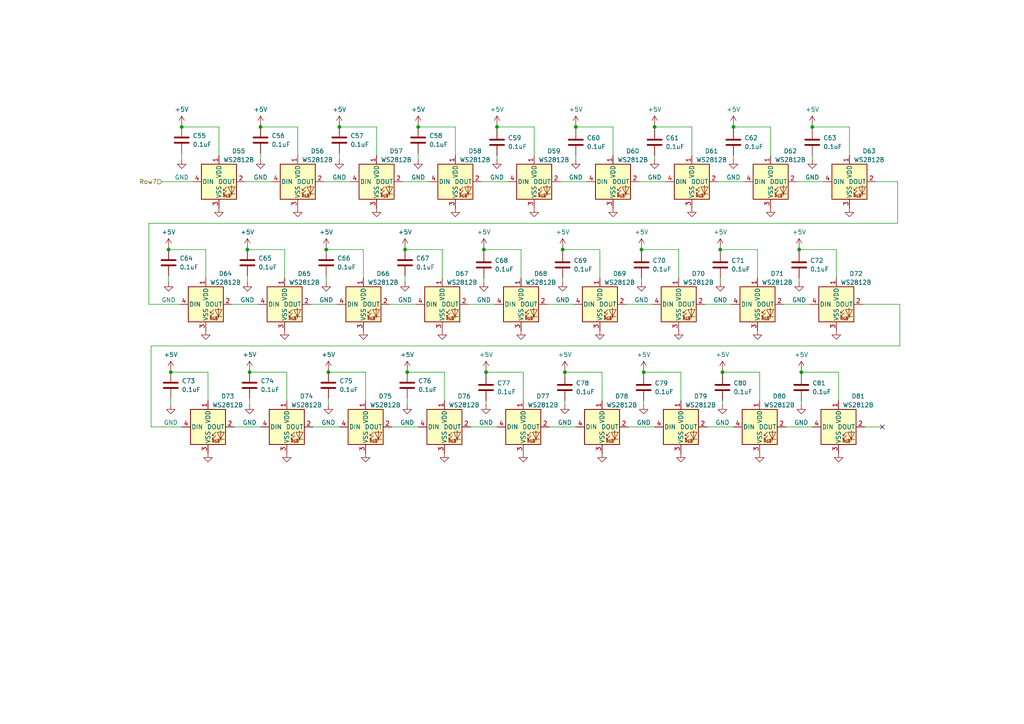
<source format=kicad_sch>
(kicad_sch (version 20250114) (generator "eeschema") (generator_version "9.0")
  (paper "A4")
  (lib_symbols
    (symbol "Device:C" (pin_numbers (hide yes)) (pin_names (offset 0.254))
      (property "Reference" "C" (at 0.635 2.54 0))
      (property "Value" "C" (at 0.635 -2.54 0))
      (symbol "C_0_1"
        (polyline (pts (xy -2.032 0.762) (xy 2.032 0.762)) (stroke (width 0.508)))
        (polyline (pts (xy -2.032 -0.762) (xy 2.032 -0.762)) (stroke (width 0.508)))
      )
      (symbol "C_1_1"
        (pin passive line (at 0 3.81 270) (length 2.794) (name "~") (number "1"))
        (pin passive line (at 0 -3.81 90) (length 2.794) (name "~") (number "2"))
      )
    )
    (symbol "LED:WS2812B" (pin_names (offset 0.254))
      (property "Reference" "D" (at 5.08 5.715 0))
      (property "Value" "WS2812B" (at 1.27 -5.715 0))
      (symbol "WS2812B_0_0"
        (text "RGB" (at 2.286 -4.191 0) (effects (font (size 0.762 0.762))))
      )
      (symbol "WS2812B_0_1"
        (polyline (pts (xy 1.27 -2.54) (xy 1.778 -2.54)))
        (polyline (pts (xy 1.27 -3.556) (xy 1.778 -3.556)))
        (polyline (pts (xy 2.286 -1.524) (xy 1.27 -2.54) (xy 1.27 -2.032)))
        (polyline (pts (xy 2.286 -2.54) (xy 1.27 -3.556) (xy 1.27 -3.048)))
        (polyline (pts (xy 3.683 -1.016) (xy 3.683 -3.556) (xy 3.683 -4.064)))
        (polyline (pts (xy 4.699 -1.524) (xy 2.667 -1.524) (xy 3.683 -3.556) (xy 4.699 -1.524)))
        (polyline (pts (xy 4.699 -3.556) (xy 2.667 -3.556)))
        (rectangle (start 5.08 5.08) (end -5.08 -5.08) (stroke (width 0.254)) (fill (type background)))
      )
      (symbol "WS2812B_1_1"
        (pin input line (at -7.62 0 0) (length 2.54) (name "DIN") (number "4"))
        (pin power_in line (at 0 7.62 270) (length 2.54) (name "VDD") (number "1"))
        (pin power_in line (at 0 -7.62 90) (length 2.54) (name "VSS") (number "3"))
        (pin output line (at 7.62 0 180) (length 2.54) (name "DOUT") (number "2"))
      )
    )
    (symbol "power:+5V" (power) (pin_numbers (hide yes)) (pin_names (offset 0) (hide yes))
      (property "Value" "+5V" (at 0 3.556 0))
      (symbol "+5V_0_1"
        (polyline (pts (xy -0.762 1.27) (xy 0 2.54)))
        (polyline (pts (xy 0 2.54) (xy 0.762 1.27)))
        (polyline (pts (xy 0 0) (xy 0 2.54)))
      )
      (symbol "+5V_1_1"
        (pin power_in line (at 0 0 90) (length 0) (name "~") (number "1"))
      )
    )
    (symbol "power:GND" (power) (pin_numbers (hide yes)) (pin_names (offset 0) (hide yes))
      (property "Value" "GND" (at 0 -3.81 0))
      (symbol "GND_0_1"
        (polyline (pts (xy 0 0) (xy 0 -1.27) (xy 1.27 -1.27) (xy 0 -2.54) (xy -1.27 -1.27) (xy 0 -1.27)))
      )
      (symbol "GND_1_1"
        (pin power_in line (at 0 0 270) (length 0) (name "~") (number "1"))
      )
    )
  )
  (junction (at 48.895 72.39))
  (junction (at 144.145 36.83))
  (junction (at 186.69 107.95))
  (junction (at 189.865 36.83))
  (junction (at 167.005 36.83))
  (junction (at 163.195 72.39))
  (junction (at 72.39 107.95))
  (junction (at 208.915 72.39))
  (junction (at 232.41 107.95))
  (junction (at 49.53 107.95))
  (junction (at 75.565 36.83))
  (junction (at 117.475 72.39))
  (junction (at 235.585 36.83))
  (junction (at 212.725 36.83))
  (junction (at 140.335 72.39))
  (junction (at 95.25 107.95))
  (junction (at 94.615 72.39))
  (junction (at 52.705 36.83))
  (junction (at 163.83 107.95))
  (junction (at 186.055 72.39))
  (junction (at 209.55 107.95))
  (junction (at 118.11 107.95))
  (junction (at 231.775 72.39))
  (junction (at 121.285 36.83))
  (junction (at 98.425 36.83))
  (junction (at 71.755 72.39))
  (junction (at 140.97 107.95))
  (no_connect (at 255.905 123.825))
  (wire (pts (xy 151.765 107.95) (xy 151.765 116.205)))
  (wire (pts (xy 250.19 88.265) (xy 260.985 88.265)))
  (wire (pts (xy 231.775 72.39) (xy 231.775 71.755)))
  (wire (pts (xy 106.045 107.95) (xy 106.045 116.205)))
  (wire (pts (xy 128.27 72.39) (xy 128.27 80.645)))
  (wire (pts (xy 196.85 72.39) (xy 196.85 80.645)))
  (wire (pts (xy 212.725 36.83) (xy 223.52 36.83)))
  (wire (pts (xy 86.36 36.83) (xy 86.36 45.085)))
  (wire (pts (xy 128.905 107.95) (xy 128.905 116.205)))
  (wire (pts (xy 113.665 123.825) (xy 121.285 123.825)))
  (wire (pts (xy 186.055 72.39) (xy 196.85 72.39)))
  (wire (pts (xy 243.205 107.95) (xy 243.205 116.205)))
  (wire (pts (xy 52.705 44.45) (xy 52.705 46.355)))
  (wire (pts (xy 231.775 72.39) (xy 242.57 72.39)))
  (wire (pts (xy 208.915 72.39) (xy 208.915 71.755)))
  (wire (pts (xy 185.42 52.705) (xy 193.04 52.705)))
  (wire (pts (xy 59.69 72.39) (xy 59.69 80.645)))
  (wire (pts (xy 231.775 80.645) (xy 231.775 81.915)))
  (wire (pts (xy 139.7 52.705) (xy 147.32 52.705)))
  (wire (pts (xy 232.41 116.205) (xy 232.41 117.475)))
  (wire (pts (xy 154.94 36.83) (xy 154.94 45.085)))
  (wire (pts (xy 189.865 45.085) (xy 189.865 46.355)))
  (wire (pts (xy 116.84 52.705) (xy 124.46 52.705)))
  (wire (pts (xy 151.13 72.39) (xy 151.13 80.645)))
  (wire (pts (xy 260.985 100.33) (xy 43.815 100.33)))
  (wire (pts (xy 48.895 72.39) (xy 48.895 71.755)))
  (wire (pts (xy 67.945 123.825) (xy 75.565 123.825)))
  (wire (pts (xy 140.97 107.95) (xy 140.97 107.315)))
  (wire (pts (xy 189.865 37.465) (xy 189.865 36.83)))
  (wire (pts (xy 71.755 72.39) (xy 82.55 72.39)))
  (wire (pts (xy 113.03 88.265) (xy 120.65 88.265)))
  (wire (pts (xy 205.105 123.825) (xy 212.725 123.825)))
  (wire (pts (xy 186.055 72.39) (xy 186.055 71.755)))
  (wire (pts (xy 186.69 107.95) (xy 186.69 107.315)))
  (wire (pts (xy 94.615 80.01) (xy 94.615 81.915)))
  (wire (pts (xy 144.145 37.465) (xy 144.145 36.83)))
  (wire (pts (xy 109.22 36.83) (xy 109.22 45.085)))
  (wire (pts (xy 254 52.705) (xy 260.35 52.705)))
  (wire (pts (xy 227.33 88.265) (xy 234.95 88.265)))
  (wire (pts (xy 219.71 72.39) (xy 219.71 80.645)))
  (wire (pts (xy 232.41 107.95) (xy 243.205 107.95)))
  (wire (pts (xy 43.18 88.265) (xy 52.07 88.265)))
  (wire (pts (xy 49.53 107.95) (xy 60.325 107.95)))
  (wire (pts (xy 162.56 52.705) (xy 170.18 52.705)))
  (wire (pts (xy 71.755 72.39) (xy 71.755 71.755)))
  (wire (pts (xy 140.335 80.645) (xy 140.335 81.915)))
  (wire (pts (xy 212.725 37.465) (xy 212.725 36.83)))
  (wire (pts (xy 95.25 107.95) (xy 95.25 107.315)))
  (wire (pts (xy 208.915 72.39) (xy 219.71 72.39)))
  (wire (pts (xy 117.475 72.39) (xy 117.475 71.755)))
  (wire (pts (xy 163.195 80.645) (xy 163.195 81.915)))
  (wire (pts (xy 94.615 72.39) (xy 94.615 71.755)))
  (wire (pts (xy 43.18 64.77) (xy 43.18 88.265)))
  (wire (pts (xy 98.425 44.45) (xy 98.425 46.355)))
  (wire (pts (xy 75.565 44.45) (xy 75.565 46.355)))
  (wire (pts (xy 140.335 72.39) (xy 151.13 72.39)))
  (wire (pts (xy 63.5 36.83) (xy 63.5 45.085)))
  (wire (pts (xy 132.08 36.83) (xy 132.08 45.085)))
  (wire (pts (xy 159.385 123.825) (xy 167.005 123.825)))
  (wire (pts (xy 49.53 107.95) (xy 49.53 107.315)))
  (wire (pts (xy 246.38 36.83) (xy 246.38 45.085)))
  (wire (pts (xy 209.55 107.95) (xy 220.345 107.95)))
  (wire (pts (xy 200.66 36.83) (xy 200.66 45.085)))
  (wire (pts (xy 163.83 107.95) (xy 174.625 107.95)))
  (wire (pts (xy 83.185 107.95) (xy 83.185 116.205)))
  (wire (pts (xy 235.585 36.83) (xy 246.38 36.83)))
  (wire (pts (xy 208.915 80.645) (xy 208.915 81.915)))
  (wire (pts (xy 208.28 52.705) (xy 215.9 52.705)))
  (wire (pts (xy 186.69 107.95) (xy 197.485 107.95)))
  (wire (pts (xy 212.725 36.83) (xy 212.725 36.195)))
  (wire (pts (xy 186.055 73.025) (xy 186.055 72.39)))
  (wire (pts (xy 182.245 123.825) (xy 189.865 123.825)))
  (wire (pts (xy 144.145 45.085) (xy 144.145 46.355)))
  (wire (pts (xy 95.25 107.95) (xy 106.045 107.95)))
  (wire (pts (xy 163.83 107.95) (xy 163.83 107.315)))
  (wire (pts (xy 231.14 52.705) (xy 238.76 52.705)))
  (wire (pts (xy 93.98 52.705) (xy 101.6 52.705)))
  (wire (pts (xy 242.57 72.39) (xy 242.57 80.645)))
  (wire (pts (xy 71.755 80.01) (xy 71.755 81.915)))
  (wire (pts (xy 177.8 36.83) (xy 177.8 45.085)))
  (wire (pts (xy 232.41 108.585) (xy 232.41 107.95)))
  (wire (pts (xy 121.285 36.83) (xy 132.08 36.83)))
  (wire (pts (xy 52.705 36.83) (xy 52.705 36.195)))
  (wire (pts (xy 43.815 100.33) (xy 43.815 123.825)))
  (wire (pts (xy 121.285 36.83) (xy 121.285 36.195)))
  (wire (pts (xy 186.055 80.645) (xy 186.055 81.915)))
  (wire (pts (xy 90.805 123.825) (xy 98.425 123.825)))
  (wire (pts (xy 140.97 107.95) (xy 151.765 107.95)))
  (wire (pts (xy 140.97 108.585) (xy 140.97 107.95)))
  (wire (pts (xy 95.25 115.57) (xy 95.25 117.475)))
  (wire (pts (xy 227.965 123.825) (xy 235.585 123.825)))
  (wire (pts (xy 144.145 36.83) (xy 154.94 36.83)))
  (wire (pts (xy 67.31 88.265) (xy 74.93 88.265)))
  (wire (pts (xy 48.895 80.01) (xy 48.895 81.915)))
  (wire (pts (xy 72.39 107.95) (xy 72.39 107.315)))
  (wire (pts (xy 260.35 64.77) (xy 43.18 64.77)))
  (wire (pts (xy 121.285 44.45) (xy 121.285 46.355)))
  (wire (pts (xy 189.865 36.83) (xy 189.865 36.195)))
  (wire (pts (xy 82.55 72.39) (xy 82.55 80.645)))
  (wire (pts (xy 167.005 37.465) (xy 167.005 36.83)))
  (wire (pts (xy 105.41 72.39) (xy 105.41 80.645)))
  (wire (pts (xy 136.525 123.825) (xy 144.145 123.825)))
  (wire (pts (xy 72.39 115.57) (xy 72.39 117.475)))
  (wire (pts (xy 167.005 36.83) (xy 177.8 36.83)))
  (wire (pts (xy 235.585 45.085) (xy 235.585 46.355)))
  (wire (pts (xy 204.47 88.265) (xy 212.09 88.265)))
  (wire (pts (xy 163.195 72.39) (xy 163.195 71.755)))
  (wire (pts (xy 186.69 108.585) (xy 186.69 107.95)))
  (wire (pts (xy 260.985 88.265) (xy 260.985 100.33)))
  (wire (pts (xy 174.625 107.95) (xy 174.625 116.205)))
  (wire (pts (xy 60.325 107.95) (xy 60.325 116.205)))
  (wire (pts (xy 140.335 72.39) (xy 140.335 71.755)))
  (wire (pts (xy 49.53 115.57) (xy 49.53 117.475)))
  (wire (pts (xy 98.425 36.83) (xy 98.425 36.195)))
  (wire (pts (xy 163.83 108.585) (xy 163.83 107.95)))
  (wire (pts (xy 231.775 73.025) (xy 231.775 72.39)))
  (wire (pts (xy 173.99 72.39) (xy 173.99 80.645)))
  (wire (pts (xy 209.55 107.95) (xy 209.55 107.315)))
  (wire (pts (xy 250.825 123.825) (xy 255.905 123.825)))
  (wire (pts (xy 163.195 72.39) (xy 173.99 72.39)))
  (wire (pts (xy 209.55 108.585) (xy 209.55 107.95)))
  (wire (pts (xy 98.425 36.83) (xy 109.22 36.83)))
  (wire (pts (xy 118.11 115.57) (xy 118.11 117.475)))
  (wire (pts (xy 208.915 73.025) (xy 208.915 72.39)))
  (wire (pts (xy 46.99 52.705) (xy 55.88 52.705)))
  (wire (pts (xy 167.005 36.83) (xy 167.005 36.195)))
  (wire (pts (xy 220.345 107.95) (xy 220.345 116.205)))
  (wire (pts (xy 94.615 72.39) (xy 105.41 72.39)))
  (wire (pts (xy 163.83 116.205) (xy 163.83 117.475)))
  (wire (pts (xy 167.005 45.085) (xy 167.005 46.355)))
  (wire (pts (xy 117.475 72.39) (xy 128.27 72.39)))
  (wire (pts (xy 71.12 52.705) (xy 78.74 52.705)))
  (wire (pts (xy 118.11 107.95) (xy 118.11 107.315)))
  (wire (pts (xy 140.335 73.025) (xy 140.335 72.39)))
  (wire (pts (xy 209.55 116.205) (xy 209.55 117.475)))
  (wire (pts (xy 212.725 45.085) (xy 212.725 46.355)))
  (wire (pts (xy 235.585 37.465) (xy 235.585 36.83)))
  (wire (pts (xy 232.41 107.95) (xy 232.41 107.315)))
  (wire (pts (xy 189.865 36.83) (xy 200.66 36.83)))
  (wire (pts (xy 135.89 88.265) (xy 143.51 88.265)))
  (wire (pts (xy 72.39 107.95) (xy 83.185 107.95)))
  (wire (pts (xy 140.97 116.205) (xy 140.97 117.475)))
  (wire (pts (xy 223.52 36.83) (xy 223.52 45.085)))
  (wire (pts (xy 75.565 36.83) (xy 86.36 36.83)))
  (wire (pts (xy 260.35 52.705) (xy 260.35 64.77)))
  (wire (pts (xy 90.17 88.265) (xy 97.79 88.265)))
  (wire (pts (xy 197.485 107.95) (xy 197.485 116.205)))
  (wire (pts (xy 52.705 36.83) (xy 63.5 36.83)))
  (wire (pts (xy 144.145 36.83) (xy 144.145 36.195)))
  (wire (pts (xy 158.75 88.265) (xy 166.37 88.265)))
  (wire (pts (xy 75.565 36.83) (xy 75.565 36.195)))
  (wire (pts (xy 118.11 107.95) (xy 128.905 107.95)))
  (wire (pts (xy 186.69 116.205) (xy 186.69 117.475)))
  (wire (pts (xy 43.815 123.825) (xy 52.705 123.825)))
  (wire (pts (xy 163.195 73.025) (xy 163.195 72.39)))
  (wire (pts (xy 48.895 72.39) (xy 59.69 72.39)))
  (wire (pts (xy 181.61 88.265) (xy 189.23 88.265)))
  (wire (pts (xy 117.475 80.01) (xy 117.475 81.915)))
  (wire (pts (xy 235.585 36.83) (xy 235.585 36.195)))
  (hierarchical_label "Row7" (shape input) (at 46.99 52.705 180))
  (symbol (lib_id "power:+5V") (at 98.425 36.195 0) (unit 1)
    (property "Reference" "#PWR0159" (effects (hide yes)))
    (property "Value" "+5V" (at 98.425 31.75 0))
    (property "Description" "Power symbol creates a global label with name \"+5V\"" (effects (hide yes)))
  )
  (symbol (lib_id "power:+5V") (at 71.755 71.755 0) (unit 1)
    (property "Reference" "#PWR0181" (effects (hide yes)))
    (property "Value" "+5V" (at 71.755 67.31 0))
    (property "Description" "Power symbol creates a global label with name \"+5V\"" (effects (hide yes)))
  )
  (symbol (lib_id "Device:C") (at 118.11 111.76 0) (unit 1)
    (property "Reference" "C76" (at 121.285 110.4899 0) (effects (justify left)))
    (property "Value" "0.1uF" (at 121.285 113.0299 0) (effects (justify left)))
    (property "Footprint" "Capacitor_SMD:C_0603_1608Metric" (effects (hide yes)))
    (property "Description" "Unpolarized capacitor" (effects (hide yes)))
  )
  (symbol (lib_id "power:GND") (at 121.285 46.355 0) (unit 1)
    (property "Reference" "#PWR0163" (effects (hide yes)))
    (property "Value" "GND" (at 121.285 51.435 0))
    (property "Description" "Power symbol creates a global label with name \"GND\" , ground" (effects (hide yes)))
  )
  (symbol (lib_id "power:GND") (at 177.8 60.325 0) (unit 1)
    (property "Reference" "#PWR0170" (effects (hide yes)))
    (property "Value" "GND" (effects (hide yes)))
    (property "Description" "Power symbol creates a global label with name \"GND\" , ground" (effects (hide yes)))
  )
  (symbol (lib_id "LED:WS2812B") (at 151.13 88.265 0) (unit 1)
    (property "Reference" "D68" (at 156.845 79.375 0))
    (property "Value" "WS2812B" (at 156.845 81.915 0))
    (property "Footprint" "LED_SMD:LED_WS2812B_PLCC4_5.0x5.0mm_P3.2mm" (effects (hide yes)))
    (property "Datasheet" "https://cdn-shop.adafruit.com/datasheets/WS2812B.pdf" (effects (hide yes)))
    (property "Description" "RGB LED with integrated controller" (effects (hide yes)))
  )
  (symbol (lib_id "Device:C") (at 71.755 76.2 0) (unit 1)
    (property "Reference" "C65" (at 74.93 74.9299 0) (effects (justify left)))
    (property "Value" "0.1uF" (at 74.93 77.4699 0) (effects (justify left)))
    (property "Footprint" "Capacitor_SMD:C_0603_1608Metric" (effects (hide yes)))
    (property "Description" "Unpolarized capacitor" (effects (hide yes)))
  )
  (symbol (lib_id "power:GND") (at 59.69 95.885 0) (unit 1)
    (property "Reference" "#PWR0180" (effects (hide yes)))
    (property "Value" "GND" (effects (hide yes)))
    (property "Description" "Power symbol creates a global label with name \"GND\" , ground" (effects (hide yes)))
  )
  (symbol (lib_id "power:GND") (at 117.475 81.915 0) (unit 1)
    (property "Reference" "#PWR0188" (effects (hide yes)))
    (property "Value" "GND" (at 117.475 86.995 0))
    (property "Description" "Power symbol creates a global label with name \"GND\" , ground" (effects (hide yes)))
  )
  (symbol (lib_id "power:GND") (at 197.485 131.445 0) (unit 1)
    (property "Reference" "#PWR0223" (effects (hide yes)))
    (property "Value" "GND" (effects (hide yes)))
    (property "Description" "Power symbol creates a global label with name \"GND\" , ground" (effects (hide yes)))
  )
  (symbol (lib_id "power:+5V") (at 121.285 36.195 0) (unit 1)
    (property "Reference" "#PWR0162" (effects (hide yes)))
    (property "Value" "+5V" (at 121.285 31.75 0))
    (property "Description" "Power symbol creates a global label with name \"+5V\"" (effects (hide yes)))
  )
  (symbol (lib_id "power:+5V") (at 186.055 71.755 0) (unit 1)
    (property "Reference" "#PWR0196" (effects (hide yes)))
    (property "Value" "+5V" (at 186.055 67.31 0))
    (property "Description" "Power symbol creates a global label with name \"+5V\"" (effects (hide yes)))
  )
  (symbol (lib_id "power:GND") (at 71.755 81.915 0) (unit 1)
    (property "Reference" "#PWR0182" (effects (hide yes)))
    (property "Value" "GND" (at 71.755 86.995 0))
    (property "Description" "Power symbol creates a global label with name \"GND\" , ground" (effects (hide yes)))
  )
  (symbol (lib_id "power:GND") (at 144.145 46.355 0) (unit 1)
    (property "Reference" "#PWR0166" (effects (hide yes)))
    (property "Value" "GND" (at 144.145 51.435 0))
    (property "Description" "Power symbol creates a global label with name \"GND\" , ground" (effects (hide yes)))
  )
  (symbol (lib_id "power:GND") (at 128.27 95.885 0) (unit 1)
    (property "Reference" "#PWR0189" (effects (hide yes)))
    (property "Value" "GND" (effects (hide yes)))
    (property "Description" "Power symbol creates a global label with name \"GND\" , ground" (effects (hide yes)))
  )
  (symbol (lib_id "power:GND") (at 186.69 117.475 0) (unit 1)
    (property "Reference" "#PWR0222" (effects (hide yes)))
    (property "Value" "GND" (at 186.69 122.555 0))
    (property "Description" "Power symbol creates a global label with name \"GND\" , ground" (effects (hide yes)))
  )
  (symbol (lib_id "LED:WS2812B") (at 200.66 52.705 0) (unit 1)
    (property "Reference" "D61" (at 206.375 43.815 0))
    (property "Value" "WS2812B" (at 206.375 46.355 0))
    (property "Footprint" "LED_SMD:LED_WS2812B_PLCC4_5.0x5.0mm_P3.2mm" (effects (hide yes)))
    (property "Datasheet" "https://cdn-shop.adafruit.com/datasheets/WS2812B.pdf" (effects (hide yes)))
    (property "Description" "RGB LED with integrated controller" (effects (hide yes)))
  )
  (symbol (lib_id "Device:C") (at 186.69 112.395 0) (unit 1)
    (property "Reference" "C79" (at 189.865 111.1249 0) (effects (justify left)))
    (property "Value" "0.1uF" (at 189.865 113.6649 0) (effects (justify left)))
    (property "Footprint" "Capacitor_SMD:C_0603_1608Metric" (effects (hide yes)))
    (property "Description" "Unpolarized capacitor" (effects (hide yes)))
  )
  (symbol (lib_id "power:GND") (at 75.565 46.355 0) (unit 1)
    (property "Reference" "#PWR0157" (effects (hide yes)))
    (property "Value" "GND" (at 75.565 51.435 0))
    (property "Description" "Power symbol creates a global label with name \"GND\" , ground" (effects (hide yes)))
  )
  (symbol (lib_id "power:GND") (at 232.41 117.475 0) (unit 1)
    (property "Reference" "#PWR0228" (effects (hide yes)))
    (property "Value" "GND" (at 232.41 122.555 0))
    (property "Description" "Power symbol creates a global label with name \"GND\" , ground" (effects (hide yes)))
  )
  (symbol (lib_id "power:GND") (at 174.625 131.445 0) (unit 1)
    (property "Reference" "#PWR0220" (effects (hide yes)))
    (property "Value" "GND" (effects (hide yes)))
    (property "Description" "Power symbol creates a global label with name \"GND\" , ground" (effects (hide yes)))
  )
  (symbol (lib_id "Device:C") (at 232.41 112.395 0) (unit 1)
    (property "Reference" "C81" (at 235.585 111.1249 0) (effects (justify left)))
    (property "Value" "0.1uF" (at 235.585 113.6649 0) (effects (justify left)))
    (property "Footprint" "Capacitor_SMD:C_0603_1608Metric" (effects (hide yes)))
    (property "Description" "Unpolarized capacitor" (effects (hide yes)))
  )
  (symbol (lib_id "power:GND") (at 86.36 60.325 0) (unit 1)
    (property "Reference" "#PWR0158" (effects (hide yes)))
    (property "Value" "GND" (effects (hide yes)))
    (property "Description" "Power symbol creates a global label with name \"GND\" , ground" (effects (hide yes)))
  )
  (symbol (lib_id "Device:C") (at 121.285 40.64 0) (unit 1)
    (property "Reference" "C58" (at 124.46 39.3699 0) (effects (justify left)))
    (property "Value" "0.1uF" (at 124.46 41.9099 0) (effects (justify left)))
    (property "Footprint" "Capacitor_SMD:C_0603_1608Metric" (effects (hide yes)))
    (property "Description" "Unpolarized capacitor" (effects (hide yes)))
  )
  (symbol (lib_id "power:GND") (at 83.185 131.445 0) (unit 1)
    (property "Reference" "#PWR0208" (effects (hide yes)))
    (property "Value" "GND" (effects (hide yes)))
    (property "Description" "Power symbol creates a global label with name \"GND\" , ground" (effects (hide yes)))
  )
  (symbol (lib_id "Device:C") (at 163.195 76.835 0) (unit 1)
    (property "Reference" "C69" (at 166.37 75.5649 0) (effects (justify left)))
    (property "Value" "0.1uF" (at 166.37 78.1049 0) (effects (justify left)))
    (property "Footprint" "Capacitor_SMD:C_0603_1608Metric" (effects (hide yes)))
    (property "Description" "Unpolarized capacitor" (effects (hide yes)))
  )
  (symbol (lib_id "power:+5V") (at 72.39 107.315 0) (unit 1)
    (property "Reference" "#PWR0206" (effects (hide yes)))
    (property "Value" "+5V" (at 72.39 102.87 0))
    (property "Description" "Power symbol creates a global label with name \"+5V\"" (effects (hide yes)))
  )
  (symbol (lib_id "power:+5V") (at 186.69 107.315 0) (unit 1)
    (property "Reference" "#PWR0221" (effects (hide yes)))
    (property "Value" "+5V" (at 186.69 102.87 0))
    (property "Description" "Power symbol creates a global label with name \"+5V\"" (effects (hide yes)))
  )
  (symbol (lib_id "power:+5V") (at 144.145 36.195 0) (unit 1)
    (property "Reference" "#PWR0165" (effects (hide yes)))
    (property "Value" "+5V" (at 144.145 31.75 0))
    (property "Description" "Power symbol creates a global label with name \"+5V\"" (effects (hide yes)))
  )
  (symbol (lib_id "LED:WS2812B") (at 83.185 123.825 0) (unit 1)
    (property "Reference" "D74" (at 88.9 114.935 0))
    (property "Value" "WS2812B" (at 88.9 117.475 0))
    (property "Footprint" "LED_SMD:LED_WS2812B_PLCC4_5.0x5.0mm_P3.2mm" (effects (hide yes)))
    (property "Datasheet" "https://cdn-shop.adafruit.com/datasheets/WS2812B.pdf" (effects (hide yes)))
    (property "Description" "RGB LED with integrated controller" (effects (hide yes)))
  )
  (symbol (lib_id "power:GND") (at 140.335 81.915 0) (unit 1)
    (property "Reference" "#PWR0191" (effects (hide yes)))
    (property "Value" "GND" (at 140.335 86.995 0))
    (property "Description" "Power symbol creates a global label with name \"GND\" , ground" (effects (hide yes)))
  )
  (symbol (lib_id "LED:WS2812B") (at 132.08 52.705 0) (unit 1)
    (property "Reference" "D58" (at 137.795 43.815 0))
    (property "Value" "WS2812B" (at 137.795 46.355 0))
    (property "Footprint" "LED_SMD:LED_WS2812B_PLCC4_5.0x5.0mm_P3.2mm" (effects (hide yes)))
    (property "Datasheet" "https://cdn-shop.adafruit.com/datasheets/WS2812B.pdf" (effects (hide yes)))
    (property "Description" "RGB LED with integrated controller" (effects (hide yes)))
  )
  (symbol (lib_id "power:+5V") (at 208.915 71.755 0) (unit 1)
    (property "Reference" "#PWR0199" (effects (hide yes)))
    (property "Value" "+5V" (at 208.915 67.31 0))
    (property "Description" "Power symbol creates a global label with name \"+5V\"" (effects (hide yes)))
  )
  (symbol (lib_id "power:GND") (at 63.5 60.325 0) (unit 1)
    (property "Reference" "#PWR0155" (effects (hide yes)))
    (property "Value" "GND" (effects (hide yes)))
    (property "Description" "Power symbol creates a global label with name \"GND\" , ground" (effects (hide yes)))
  )
  (symbol (lib_id "power:GND") (at 208.915 81.915 0) (unit 1)
    (property "Reference" "#PWR0200" (effects (hide yes)))
    (property "Value" "GND" (at 208.915 86.995 0))
    (property "Description" "Power symbol creates a global label with name \"GND\" , ground" (effects (hide yes)))
  )
  (symbol (lib_id "LED:WS2812B") (at 128.905 123.825 0) (unit 1)
    (property "Reference" "D76" (at 134.62 114.935 0))
    (property "Value" "WS2812B" (at 134.62 117.475 0))
    (property "Footprint" "LED_SMD:LED_WS2812B_PLCC4_5.0x5.0mm_P3.2mm" (effects (hide yes)))
    (property "Datasheet" "https://cdn-shop.adafruit.com/datasheets/WS2812B.pdf" (effects (hide yes)))
    (property "Description" "RGB LED with integrated controller" (effects (hide yes)))
  )
  (symbol (lib_id "power:+5V") (at 231.775 71.755 0) (unit 1)
    (property "Reference" "#PWR0202" (effects (hide yes)))
    (property "Value" "+5V" (at 231.775 67.31 0))
    (property "Description" "Power symbol creates a global label with name \"+5V\"" (effects (hide yes)))
  )
  (symbol (lib_id "LED:WS2812B") (at 128.27 88.265 0) (unit 1)
    (property "Reference" "D67" (at 133.985 79.375 0))
    (property "Value" "WS2812B" (at 133.985 81.915 0))
    (property "Footprint" "LED_SMD:LED_WS2812B_PLCC4_5.0x5.0mm_P3.2mm" (effects (hide yes)))
    (property "Datasheet" "https://cdn-shop.adafruit.com/datasheets/WS2812B.pdf" (effects (hide yes)))
    (property "Description" "RGB LED with integrated controller" (effects (hide yes)))
  )
  (symbol (lib_id "power:+5V") (at 49.53 107.315 0) (unit 1)
    (property "Reference" "#PWR0266" (effects (hide yes)))
    (property "Value" "+5V" (at 49.53 102.87 0))
    (property "Description" "Power symbol creates a global label with name \"+5V\"" (effects (hide yes)))
  )
  (symbol (lib_id "power:GND") (at 105.41 95.885 0) (unit 1)
    (property "Reference" "#PWR0186" (effects (hide yes)))
    (property "Value" "GND" (effects (hide yes)))
    (property "Description" "Power symbol creates a global label with name \"GND\" , ground" (effects (hide yes)))
  )
  (symbol (lib_id "LED:WS2812B") (at 174.625 123.825 0) (unit 1)
    (property "Reference" "D78" (at 180.34 114.935 0))
    (property "Value" "WS2812B" (at 180.34 117.475 0))
    (property "Footprint" "LED_SMD:LED_WS2812B_PLCC4_5.0x5.0mm_P3.2mm" (effects (hide yes)))
    (property "Datasheet" "https://cdn-shop.adafruit.com/datasheets/WS2812B.pdf" (effects (hide yes)))
    (property "Description" "RGB LED with integrated controller" (effects (hide yes)))
  )
  (symbol (lib_id "power:+5V") (at 52.705 36.195 0) (unit 1)
    (property "Reference" "#PWR0262" (effects (hide yes)))
    (property "Value" "+5V" (at 52.705 31.75 0))
    (property "Description" "Power symbol creates a global label with name \"+5V\"" (effects (hide yes)))
  )
  (symbol (lib_id "power:GND") (at 128.905 131.445 0) (unit 1)
    (property "Reference" "#PWR0214" (effects (hide yes)))
    (property "Value" "GND" (effects (hide yes)))
    (property "Description" "Power symbol creates a global label with name \"GND\" , ground" (effects (hide yes)))
  )
  (symbol (lib_id "LED:WS2812B") (at 151.765 123.825 0) (unit 1)
    (property "Reference" "D77" (at 157.48 114.935 0))
    (property "Value" "WS2812B" (at 157.48 117.475 0))
    (property "Footprint" "LED_SMD:LED_WS2812B_PLCC4_5.0x5.0mm_P3.2mm" (effects (hide yes)))
    (property "Datasheet" "https://cdn-shop.adafruit.com/datasheets/WS2812B.pdf" (effects (hide yes)))
    (property "Description" "RGB LED with integrated controller" (effects (hide yes)))
  )
  (symbol (lib_id "power:+5V") (at 167.005 36.195 0) (unit 1)
    (property "Reference" "#PWR0168" (effects (hide yes)))
    (property "Value" "+5V" (at 167.005 31.75 0))
    (property "Description" "Power symbol creates a global label with name \"+5V\"" (effects (hide yes)))
  )
  (symbol (lib_id "power:GND") (at 242.57 95.885 0) (unit 1)
    (property "Reference" "#PWR0204" (effects (hide yes)))
    (property "Value" "GND" (effects (hide yes)))
    (property "Description" "Power symbol creates a global label with name \"GND\" , ground" (effects (hide yes)))
  )
  (symbol (lib_id "Device:C") (at 72.39 111.76 0) (unit 1)
    (property "Reference" "C74" (at 75.565 110.4899 0) (effects (justify left)))
    (property "Value" "0.1uF" (at 75.565 113.0299 0) (effects (justify left)))
    (property "Footprint" "Capacitor_SMD:C_0603_1608Metric" (effects (hide yes)))
    (property "Description" "Unpolarized capacitor" (effects (hide yes)))
  )
  (symbol (lib_id "Device:C") (at 144.145 41.275 0) (unit 1)
    (property "Reference" "C59" (at 147.32 40.0049 0) (effects (justify left)))
    (property "Value" "0.1uF" (at 147.32 42.5449 0) (effects (justify left)))
    (property "Footprint" "Capacitor_SMD:C_0603_1608Metric" (effects (hide yes)))
    (property "Description" "Unpolarized capacitor" (effects (hide yes)))
  )
  (symbol (lib_id "LED:WS2812B") (at 246.38 52.705 0) (unit 1)
    (property "Reference" "D63" (at 252.095 43.815 0))
    (property "Value" "WS2812B" (at 252.095 46.355 0))
    (property "Footprint" "LED_SMD:LED_WS2812B_PLCC4_5.0x5.0mm_P3.2mm" (effects (hide yes)))
    (property "Datasheet" "https://cdn-shop.adafruit.com/datasheets/WS2812B.pdf" (effects (hide yes)))
    (property "Description" "RGB LED with integrated controller" (effects (hide yes)))
  )
  (symbol (lib_id "power:GND") (at 151.765 131.445 0) (unit 1)
    (property "Reference" "#PWR0217" (effects (hide yes)))
    (property "Value" "GND" (effects (hide yes)))
    (property "Description" "Power symbol creates a global label with name \"GND\" , ground" (effects (hide yes)))
  )
  (symbol (lib_id "Device:C") (at 75.565 40.64 0) (unit 1)
    (property "Reference" "C56" (at 78.74 39.3699 0) (effects (justify left)))
    (property "Value" "0.1uF" (at 78.74 41.9099 0) (effects (justify left)))
    (property "Footprint" "Capacitor_SMD:C_0603_1608Metric" (effects (hide yes)))
    (property "Description" "Unpolarized capacitor" (effects (hide yes)))
  )
  (symbol (lib_id "power:GND") (at 95.25 117.475 0) (unit 1)
    (property "Reference" "#PWR0210" (effects (hide yes)))
    (property "Value" "GND" (at 95.25 122.555 0))
    (property "Description" "Power symbol creates a global label with name \"GND\" , ground" (effects (hide yes)))
  )
  (symbol (lib_id "power:+5V") (at 140.97 107.315 0) (unit 1)
    (property "Reference" "#PWR0215" (effects (hide yes)))
    (property "Value" "+5V" (at 140.97 102.87 0))
    (property "Description" "Power symbol creates a global label with name \"+5V\"" (effects (hide yes)))
  )
  (symbol (lib_id "power:GND") (at 154.94 60.325 0) (unit 1)
    (property "Reference" "#PWR0167" (effects (hide yes)))
    (property "Value" "GND" (effects (hide yes)))
    (property "Description" "Power symbol creates a global label with name \"GND\" , ground" (effects (hide yes)))
  )
  (symbol (lib_id "LED:WS2812B") (at 219.71 88.265 0) (unit 1)
    (property "Reference" "D71" (at 225.425 79.375 0))
    (property "Value" "WS2812B" (at 225.425 81.915 0))
    (property "Footprint" "LED_SMD:LED_WS2812B_PLCC4_5.0x5.0mm_P3.2mm" (effects (hide yes)))
    (property "Datasheet" "https://cdn-shop.adafruit.com/datasheets/WS2812B.pdf" (effects (hide yes)))
    (property "Description" "RGB LED with integrated controller" (effects (hide yes)))
  )
  (symbol (lib_id "power:+5V") (at 118.11 107.315 0) (unit 1)
    (property "Reference" "#PWR0212" (effects (hide yes)))
    (property "Value" "+5V" (at 118.11 102.87 0))
    (property "Description" "Power symbol creates a global label with name \"+5V\"" (effects (hide yes)))
  )
  (symbol (lib_id "power:GND") (at 246.38 60.325 0) (unit 1)
    (property "Reference" "#PWR0179" (effects (hide yes)))
    (property "Value" "GND" (effects (hide yes)))
    (property "Description" "Power symbol creates a global label with name \"GND\" , ground" (effects (hide yes)))
  )
  (symbol (lib_id "power:GND") (at 109.22 60.325 0) (unit 1)
    (property "Reference" "#PWR0161" (effects (hide yes)))
    (property "Value" "GND" (effects (hide yes)))
    (property "Description" "Power symbol creates a global label with name \"GND\" , ground" (effects (hide yes)))
  )
  (symbol (lib_id "power:+5V") (at 189.865 36.195 0) (unit 1)
    (property "Reference" "#PWR0171" (effects (hide yes)))
    (property "Value" "+5V" (at 189.865 31.75 0))
    (property "Description" "Power symbol creates a global label with name \"+5V\"" (effects (hide yes)))
  )
  (symbol (lib_id "power:+5V") (at 94.615 71.755 0) (unit 1)
    (property "Reference" "#PWR0184" (effects (hide yes)))
    (property "Value" "+5V" (at 94.615 67.31 0))
    (property "Description" "Power symbol creates a global label with name \"+5V\"" (effects (hide yes)))
  )
  (symbol (lib_id "LED:WS2812B") (at 197.485 123.825 0) (unit 1)
    (property "Reference" "D79" (at 203.2 114.935 0))
    (property "Value" "WS2812B" (at 203.2 117.475 0))
    (property "Footprint" "LED_SMD:LED_WS2812B_PLCC4_5.0x5.0mm_P3.2mm" (effects (hide yes)))
    (property "Datasheet" "https://cdn-shop.adafruit.com/datasheets/WS2812B.pdf" (effects (hide yes)))
    (property "Description" "RGB LED with integrated controller" (effects (hide yes)))
  )
  (symbol (lib_id "Device:C") (at 212.725 41.275 0) (unit 1)
    (property "Reference" "C62" (at 215.9 40.0049 0) (effects (justify left)))
    (property "Value" "0.1uF" (at 215.9 42.5449 0) (effects (justify left)))
    (property "Footprint" "Capacitor_SMD:C_0603_1608Metric" (effects (hide yes)))
    (property "Description" "Unpolarized capacitor" (effects (hide yes)))
  )
  (symbol (lib_id "Device:C") (at 189.865 41.275 0) (unit 1)
    (property "Reference" "C61" (at 193.04 40.0049 0) (effects (justify left)))
    (property "Value" "0.1uF" (at 193.04 42.5449 0) (effects (justify left)))
    (property "Footprint" "Capacitor_SMD:C_0603_1608Metric" (effects (hide yes)))
    (property "Description" "Unpolarized capacitor" (effects (hide yes)))
  )
  (symbol (lib_id "power:+5V") (at 212.725 36.195 0) (unit 1)
    (property "Reference" "#PWR0174" (effects (hide yes)))
    (property "Value" "+5V" (at 212.725 31.75 0))
    (property "Description" "Power symbol creates a global label with name \"+5V\"" (effects (hide yes)))
  )
  (symbol (lib_id "power:GND") (at 173.99 95.885 0) (unit 1)
    (property "Reference" "#PWR0195" (effects (hide yes)))
    (property "Value" "GND" (effects (hide yes)))
    (property "Description" "Power symbol creates a global label with name \"GND\" , ground" (effects (hide yes)))
  )
  (symbol (lib_id "Device:C") (at 235.585 41.275 0) (unit 1)
    (property "Reference" "C63" (at 238.76 40.0049 0) (effects (justify left)))
    (property "Value" "0.1uF" (at 238.76 42.5449 0) (effects (justify left)))
    (property "Footprint" "Capacitor_SMD:C_0603_1608Metric" (effects (hide yes)))
    (property "Description" "Unpolarized capacitor" (effects (hide yes)))
  )
  (symbol (lib_id "power:+5V") (at 75.565 36.195 0) (unit 1)
    (property "Reference" "#PWR0156" (effects (hide yes)))
    (property "Value" "+5V" (at 75.565 31.75 0))
    (property "Description" "Power symbol creates a global label with name \"+5V\"" (effects (hide yes)))
  )
  (symbol (lib_id "Device:C") (at 52.705 40.64 0) (unit 1)
    (property "Reference" "C55" (at 55.88 39.3699 0) (effects (justify left)))
    (property "Value" "0.1uF" (at 55.88 41.9099 0) (effects (justify left)))
    (property "Footprint" "Capacitor_SMD:C_0603_1608Metric" (effects (hide yes)))
    (property "Description" "Unpolarized capacitor" (effects (hide yes)))
  )
  (symbol (lib_id "LED:WS2812B") (at 86.36 52.705 0) (unit 1)
    (property "Reference" "D56" (at 92.075 43.815 0))
    (property "Value" "WS2812B" (at 92.075 46.355 0))
    (property "Footprint" "LED_SMD:LED_WS2812B_PLCC4_5.0x5.0mm_P3.2mm" (effects (hide yes)))
    (property "Datasheet" "https://cdn-shop.adafruit.com/datasheets/WS2812B.pdf" (effects (hide yes)))
    (property "Description" "RGB LED with integrated controller" (effects (hide yes)))
  )
  (symbol (lib_id "Device:C") (at 48.895 76.2 0) (unit 1)
    (property "Reference" "C64" (at 52.07 74.9299 0) (effects (justify left)))
    (property "Value" "0.1uF" (at 52.07 77.4699 0) (effects (justify left)))
    (property "Footprint" "Capacitor_SMD:C_0603_1608Metric" (effects (hide yes)))
    (property "Description" "Unpolarized capacitor" (effects (hide yes)))
  )
  (symbol (lib_id "LED:WS2812B") (at 63.5 52.705 0) (unit 1)
    (property "Reference" "D55" (at 69.215 43.815 0))
    (property "Value" "WS2812B" (at 69.215 46.355 0))
    (property "Footprint" "LED_SMD:LED_WS2812B_PLCC4_5.0x5.0mm_P3.2mm" (effects (hide yes)))
    (property "Datasheet" "https://cdn-shop.adafruit.com/datasheets/WS2812B.pdf" (effects (hide yes)))
    (property "Description" "RGB LED with integrated controller" (effects (hide yes)))
  )
  (symbol (lib_id "LED:WS2812B") (at 173.99 88.265 0) (unit 1)
    (property "Reference" "D69" (at 179.705 79.375 0))
    (property "Value" "WS2812B" (at 179.705 81.915 0))
    (property "Footprint" "LED_SMD:LED_WS2812B_PLCC4_5.0x5.0mm_P3.2mm" (effects (hide yes)))
    (property "Datasheet" "https://cdn-shop.adafruit.com/datasheets/WS2812B.pdf" (effects (hide yes)))
    (property "Description" "RGB LED with integrated controller" (effects (hide yes)))
  )
  (symbol (lib_id "power:GND") (at 209.55 117.475 0) (unit 1)
    (property "Reference" "#PWR0225" (effects (hide yes)))
    (property "Value" "GND" (at 209.55 122.555 0))
    (property "Description" "Power symbol creates a global label with name \"GND\" , ground" (effects (hide yes)))
  )
  (symbol (lib_id "power:+5V") (at 163.195 71.755 0) (unit 1)
    (property "Reference" "#PWR0193" (effects (hide yes)))
    (property "Value" "+5V" (at 163.195 67.31 0))
    (property "Description" "Power symbol creates a global label with name \"+5V\"" (effects (hide yes)))
  )
  (symbol (lib_id "power:GND") (at 48.895 81.915 0) (unit 1)
    (property "Reference" "#PWR0265" (effects (hide yes)))
    (property "Value" "GND" (at 48.895 86.995 0))
    (property "Description" "Power symbol creates a global label with name \"GND\" , ground" (effects (hide yes)))
  )
  (symbol (lib_id "power:GND") (at 163.195 81.915 0) (unit 1)
    (property "Reference" "#PWR0194" (effects (hide yes)))
    (property "Value" "GND" (at 163.195 86.995 0))
    (property "Description" "Power symbol creates a global label with name \"GND\" , ground" (effects (hide yes)))
  )
  (symbol (lib_id "power:+5V") (at 95.25 107.315 0) (unit 1)
    (property "Reference" "#PWR0209" (effects (hide yes)))
    (property "Value" "+5V" (at 95.25 102.87 0))
    (property "Description" "Power symbol creates a global label with name \"+5V\"" (effects (hide yes)))
  )
  (symbol (lib_id "power:GND") (at 186.055 81.915 0) (unit 1)
    (property "Reference" "#PWR0197" (effects (hide yes)))
    (property "Value" "GND" (at 186.055 86.995 0))
    (property "Description" "Power symbol creates a global label with name \"GND\" , ground" (effects (hide yes)))
  )
  (symbol (lib_id "power:GND") (at 118.11 117.475 0) (unit 1)
    (property "Reference" "#PWR0213" (effects (hide yes)))
    (property "Value" "GND" (at 118.11 122.555 0))
    (property "Description" "Power symbol creates a global label with name \"GND\" , ground" (effects (hide yes)))
  )
  (symbol (lib_id "Device:C") (at 140.335 76.835 0) (unit 1)
    (property "Reference" "C68" (at 143.51 75.5649 0) (effects (justify left)))
    (property "Value" "0.1uF" (at 143.51 78.1049 0) (effects (justify left)))
    (property "Footprint" "Capacitor_SMD:C_0603_1608Metric" (effects (hide yes)))
    (property "Description" "Unpolarized capacitor" (effects (hide yes)))
  )
  (symbol (lib_id "LED:WS2812B") (at 105.41 88.265 0) (unit 1)
    (property "Reference" "D66" (at 111.125 79.375 0))
    (property "Value" "WS2812B" (at 111.125 81.915 0))
    (property "Footprint" "LED_SMD:LED_WS2812B_PLCC4_5.0x5.0mm_P3.2mm" (effects (hide yes)))
    (property "Datasheet" "https://cdn-shop.adafruit.com/datasheets/WS2812B.pdf" (effects (hide yes)))
    (property "Description" "RGB LED with integrated controller" (effects (hide yes)))
  )
  (symbol (lib_id "power:+5V") (at 140.335 71.755 0) (unit 1)
    (property "Reference" "#PWR0190" (effects (hide yes)))
    (property "Value" "+5V" (at 140.335 67.31 0))
    (property "Description" "Power symbol creates a global label with name \"+5V\"" (effects (hide yes)))
  )
  (symbol (lib_id "LED:WS2812B") (at 223.52 52.705 0) (unit 1)
    (property "Reference" "D62" (at 229.235 43.815 0))
    (property "Value" "WS2812B" (at 229.235 46.355 0))
    (property "Footprint" "LED_SMD:LED_WS2812B_PLCC4_5.0x5.0mm_P3.2mm" (effects (hide yes)))
    (property "Datasheet" "https://cdn-shop.adafruit.com/datasheets/WS2812B.pdf" (effects (hide yes)))
    (property "Description" "RGB LED with integrated controller" (effects (hide yes)))
  )
  (symbol (lib_id "LED:WS2812B") (at 154.94 52.705 0) (unit 1)
    (property "Reference" "D59" (at 160.655 43.815 0))
    (property "Value" "WS2812B" (at 160.655 46.355 0))
    (property "Footprint" "LED_SMD:LED_WS2812B_PLCC4_5.0x5.0mm_P3.2mm" (effects (hide yes)))
    (property "Datasheet" "https://cdn-shop.adafruit.com/datasheets/WS2812B.pdf" (effects (hide yes)))
    (property "Description" "RGB LED with integrated controller" (effects (hide yes)))
  )
  (symbol (lib_id "Device:C") (at 208.915 76.835 0) (unit 1)
    (property "Reference" "C71" (at 212.09 75.5649 0) (effects (justify left)))
    (property "Value" "0.1uF" (at 212.09 78.1049 0) (effects (justify left)))
    (property "Footprint" "Capacitor_SMD:C_0603_1608Metric" (effects (hide yes)))
    (property "Description" "Unpolarized capacitor" (effects (hide yes)))
  )
  (symbol (lib_id "power:+5V") (at 209.55 107.315 0) (unit 1)
    (property "Reference" "#PWR0224" (effects (hide yes)))
    (property "Value" "+5V" (at 209.55 102.87 0))
    (property "Description" "Power symbol creates a global label with name \"+5V\"" (effects (hide yes)))
  )
  (symbol (lib_id "power:GND") (at 94.615 81.915 0) (unit 1)
    (property "Reference" "#PWR0185" (effects (hide yes)))
    (property "Value" "GND" (at 94.615 86.995 0))
    (property "Description" "Power symbol creates a global label with name \"GND\" , ground" (effects (hide yes)))
  )
  (symbol (lib_id "power:GND") (at 200.66 60.325 0) (unit 1)
    (property "Reference" "#PWR0173" (effects (hide yes)))
    (property "Value" "GND" (effects (hide yes)))
    (property "Description" "Power symbol creates a global label with name \"GND\" , ground" (effects (hide yes)))
  )
  (symbol (lib_id "power:+5V") (at 232.41 107.315 0) (unit 1)
    (property "Reference" "#PWR0227" (effects (hide yes)))
    (property "Value" "+5V" (at 232.41 102.87 0))
    (property "Description" "Power symbol creates a global label with name \"+5V\"" (effects (hide yes)))
  )
  (symbol (lib_id "power:GND") (at 212.725 46.355 0) (unit 1)
    (property "Reference" "#PWR0175" (effects (hide yes)))
    (property "Value" "GND" (at 212.725 51.435 0))
    (property "Description" "Power symbol creates a global label with name \"GND\" , ground" (effects (hide yes)))
  )
  (symbol (lib_id "LED:WS2812B") (at 220.345 123.825 0) (unit 1)
    (property "Reference" "D80" (at 226.06 114.935 0))
    (property "Value" "WS2812B" (at 226.06 117.475 0))
    (property "Footprint" "LED_SMD:LED_WS2812B_PLCC4_5.0x5.0mm_P3.2mm" (effects (hide yes)))
    (property "Datasheet" "https://cdn-shop.adafruit.com/datasheets/WS2812B.pdf" (effects (hide yes)))
    (property "Description" "RGB LED with integrated controller" (effects (hide yes)))
  )
  (symbol (lib_id "power:GND") (at 151.13 95.885 0) (unit 1)
    (property "Reference" "#PWR0192" (effects (hide yes)))
    (property "Value" "GND" (effects (hide yes)))
    (property "Description" "Power symbol creates a global label with name \"GND\" , ground" (effects (hide yes)))
  )
  (symbol (lib_id "power:+5V") (at 235.585 36.195 0) (unit 1)
    (property "Reference" "#PWR0177" (effects (hide yes)))
    (property "Value" "+5V" (at 235.585 31.75 0))
    (property "Description" "Power symbol creates a global label with name \"+5V\"" (effects (hide yes)))
  )
  (symbol (lib_id "power:GND") (at 140.97 117.475 0) (unit 1)
    (property "Reference" "#PWR0216" (effects (hide yes)))
    (property "Value" "GND" (at 140.97 122.555 0))
    (property "Description" "Power symbol creates a global label with name \"GND\" , ground" (effects (hide yes)))
  )
  (symbol (lib_id "power:GND") (at 82.55 95.885 0) (unit 1)
    (property "Reference" "#PWR0183" (effects (hide yes)))
    (property "Value" "GND" (effects (hide yes)))
    (property "Description" "Power symbol creates a global label with name \"GND\" , ground" (effects (hide yes)))
  )
  (symbol (lib_id "Device:C") (at 98.425 40.64 0) (unit 1)
    (property "Reference" "C57" (at 101.6 39.3699 0) (effects (justify left)))
    (property "Value" "0.1uF" (at 101.6 41.9099 0) (effects (justify left)))
    (property "Footprint" "Capacitor_SMD:C_0603_1608Metric" (effects (hide yes)))
    (property "Description" "Unpolarized capacitor" (effects (hide yes)))
  )
  (symbol (lib_id "power:+5V") (at 117.475 71.755 0) (unit 1)
    (property "Reference" "#PWR0187" (effects (hide yes)))
    (property "Value" "+5V" (at 117.475 67.31 0))
    (property "Description" "Power symbol creates a global label with name \"+5V\"" (effects (hide yes)))
  )
  (symbol (lib_id "power:GND") (at 235.585 46.355 0) (unit 1)
    (property "Reference" "#PWR0178" (effects (hide yes)))
    (property "Value" "GND" (at 235.585 51.435 0))
    (property "Description" "Power symbol creates a global label with name \"GND\" , ground" (effects (hide yes)))
  )
  (symbol (lib_id "power:+5V") (at 48.895 71.755 0) (unit 1)
    (property "Reference" "#PWR0264" (effects (hide yes)))
    (property "Value" "+5V" (at 48.895 67.31 0))
    (property "Description" "Power symbol creates a global label with name \"+5V\"" (effects (hide yes)))
  )
  (symbol (lib_id "Device:C") (at 209.55 112.395 0) (unit 1)
    (property "Reference" "C80" (at 212.725 111.1249 0) (effects (justify left)))
    (property "Value" "0.1uF" (at 212.725 113.6649 0) (effects (justify left)))
    (property "Footprint" "Capacitor_SMD:C_0603_1608Metric" (effects (hide yes)))
    (property "Description" "Unpolarized capacitor" (effects (hide yes)))
  )
  (symbol (lib_id "power:GND") (at 163.83 117.475 0) (unit 1)
    (property "Reference" "#PWR0219" (effects (hide yes)))
    (property "Value" "GND" (at 163.83 122.555 0))
    (property "Description" "Power symbol creates a global label with name \"GND\" , ground" (effects (hide yes)))
  )
  (symbol (lib_id "power:GND") (at 132.08 60.325 0) (unit 1)
    (property "Reference" "#PWR0164" (effects (hide yes)))
    (property "Value" "GND" (effects (hide yes)))
    (property "Description" "Power symbol creates a global label with name \"GND\" , ground" (effects (hide yes)))
  )
  (symbol (lib_id "LED:WS2812B") (at 109.22 52.705 0) (unit 1)
    (property "Reference" "D57" (at 114.935 43.815 0))
    (property "Value" "WS2812B" (at 114.935 46.355 0))
    (property "Footprint" "LED_SMD:LED_WS2812B_PLCC4_5.0x5.0mm_P3.2mm" (effects (hide yes)))
    (property "Datasheet" "https://cdn-shop.adafruit.com/datasheets/WS2812B.pdf" (effects (hide yes)))
    (property "Description" "RGB LED with integrated controller" (effects (hide yes)))
  )
  (symbol (lib_id "LED:WS2812B") (at 60.325 123.825 0) (unit 1)
    (property "Reference" "D73" (at 66.04 114.935 0))
    (property "Value" "WS2812B" (at 66.04 117.475 0))
    (property "Footprint" "LED_SMD:LED_WS2812B_PLCC4_5.0x5.0mm_P3.2mm" (effects (hide yes)))
    (property "Datasheet" "https://cdn-shop.adafruit.com/datasheets/WS2812B.pdf" (effects (hide yes)))
    (property "Description" "RGB LED with integrated controller" (effects (hide yes)))
  )
  (symbol (lib_id "Device:C") (at 49.53 111.76 0) (unit 1)
    (property "Reference" "C73" (at 52.705 110.4899 0) (effects (justify left)))
    (property "Value" "0.1uF" (at 52.705 113.0299 0) (effects (justify left)))
    (property "Footprint" "Capacitor_SMD:C_0603_1608Metric" (effects (hide yes)))
    (property "Description" "Unpolarized capacitor" (effects (hide yes)))
  )
  (symbol (lib_id "power:GND") (at 189.865 46.355 0) (unit 1)
    (property "Reference" "#PWR0172" (effects (hide yes)))
    (property "Value" "GND" (at 189.865 51.435 0))
    (property "Description" "Power symbol creates a global label with name \"GND\" , ground" (effects (hide yes)))
  )
  (symbol (lib_id "LED:WS2812B") (at 242.57 88.265 0) (unit 1)
    (property "Reference" "D72" (at 248.285 79.375 0))
    (property "Value" "WS2812B" (at 248.285 81.915 0))
    (property "Footprint" "LED_SMD:LED_WS2812B_PLCC4_5.0x5.0mm_P3.2mm" (effects (hide yes)))
    (property "Datasheet" "https://cdn-shop.adafruit.com/datasheets/WS2812B.pdf" (effects (hide yes)))
    (property "Description" "RGB LED with integrated controller" (effects (hide yes)))
  )
  (symbol (lib_id "power:GND") (at 219.71 95.885 0) (unit 1)
    (property "Reference" "#PWR0201" (effects (hide yes)))
    (property "Value" "GND" (effects (hide yes)))
    (property "Description" "Power symbol creates a global label with name \"GND\" , ground" (effects (hide yes)))
  )
  (symbol (lib_id "LED:WS2812B") (at 177.8 52.705 0) (unit 1)
    (property "Reference" "D60" (at 183.515 43.815 0))
    (property "Value" "WS2812B" (at 183.515 46.355 0))
    (property "Footprint" "LED_SMD:LED_WS2812B_PLCC4_5.0x5.0mm_P3.2mm" (effects (hide yes)))
    (property "Datasheet" "https://cdn-shop.adafruit.com/datasheets/WS2812B.pdf" (effects (hide yes)))
    (property "Description" "RGB LED with integrated controller" (effects (hide yes)))
  )
  (symbol (lib_id "power:GND") (at 52.705 46.355 0) (unit 1)
    (property "Reference" "#PWR0263" (effects (hide yes)))
    (property "Value" "GND" (at 52.705 51.435 0))
    (property "Description" "Power symbol creates a global label with name \"GND\" , ground" (effects (hide yes)))
  )
  (symbol (lib_id "power:GND") (at 60.325 131.445 0) (unit 1)
    (property "Reference" "#PWR0205" (effects (hide yes)))
    (property "Value" "GND" (effects (hide yes)))
    (property "Description" "Power symbol creates a global label with name \"GND\" , ground" (effects (hide yes)))
  )
  (symbol (lib_id "power:+5V") (at 163.83 107.315 0) (unit 1)
    (property "Reference" "#PWR0218" (effects (hide yes)))
    (property "Value" "+5V" (at 163.83 102.87 0))
    (property "Description" "Power symbol creates a global label with name \"+5V\"" (effects (hide yes)))
  )
  (symbol (lib_id "power:GND") (at 231.775 81.915 0) (unit 1)
    (property "Reference" "#PWR0203" (effects (hide yes)))
    (property "Value" "GND" (at 231.775 86.995 0))
    (property "Description" "Power symbol creates a global label with name \"GND\" , ground" (effects (hide yes)))
  )
  (symbol (lib_id "power:GND") (at 106.045 131.445 0) (unit 1)
    (property "Reference" "#PWR0211" (effects (hide yes)))
    (property "Value" "GND" (effects (hide yes)))
    (property "Description" "Power symbol creates a global label with name \"GND\" , ground" (effects (hide yes)))
  )
  (symbol (lib_id "LED:WS2812B") (at 59.69 88.265 0) (unit 1)
    (property "Reference" "D64" (at 65.405 79.375 0))
    (property "Value" "WS2812B" (at 65.405 81.915 0))
    (property "Footprint" "LED_SMD:LED_WS2812B_PLCC4_5.0x5.0mm_P3.2mm" (effects (hide yes)))
    (property "Datasheet" "https://cdn-shop.adafruit.com/datasheets/WS2812B.pdf" (effects (hide yes)))
    (property "Description" "RGB LED with integrated controller" (effects (hide yes)))
  )
  (symbol (lib_id "Device:C") (at 117.475 76.2 0) (unit 1)
    (property "Reference" "C67" (at 120.65 74.9299 0) (effects (justify left)))
    (property "Value" "0.1uF" (at 120.65 77.4699 0) (effects (justify left)))
    (property "Footprint" "Capacitor_SMD:C_0603_1608Metric" (effects (hide yes)))
    (property "Description" "Unpolarized capacitor" (effects (hide yes)))
  )
  (symbol (lib_id "power:GND") (at 167.005 46.355 0) (unit 1)
    (property "Reference" "#PWR0169" (effects (hide yes)))
    (property "Value" "GND" (at 167.005 51.435 0))
    (property "Description" "Power symbol creates a global label with name \"GND\" , ground" (effects (hide yes)))
  )
  (symbol (lib_id "power:GND") (at 49.53 117.475 0) (unit 1)
    (property "Reference" "#PWR0267" (effects (hide yes)))
    (property "Value" "GND" (at 49.53 122.555 0))
    (property "Description" "Power symbol creates a global label with name \"GND\" , ground" (effects (hide yes)))
  )
  (symbol (lib_id "Device:C") (at 231.775 76.835 0) (unit 1)
    (property "Reference" "C72" (at 234.95 75.5649 0) (effects (justify left)))
    (property "Value" "0.1uF" (at 234.95 78.1049 0) (effects (justify left)))
    (property "Footprint" "Capacitor_SMD:C_0603_1608Metric" (effects (hide yes)))
    (property "Description" "Unpolarized capacitor" (effects (hide yes)))
  )
  (symbol (lib_id "power:GND") (at 72.39 117.475 0) (unit 1)
    (property "Reference" "#PWR0207" (effects (hide yes)))
    (property "Value" "GND" (at 72.39 122.555 0))
    (property "Description" "Power symbol creates a global label with name \"GND\" , ground" (effects (hide yes)))
  )
  (symbol (lib_id "Device:C") (at 167.005 41.275 0) (unit 1)
    (property "Reference" "C60" (at 170.18 40.0049 0) (effects (justify left)))
    (property "Value" "0.1uF" (at 170.18 42.5449 0) (effects (justify left)))
    (property "Footprint" "Capacitor_SMD:C_0603_1608Metric" (effects (hide yes)))
    (property "Description" "Unpolarized capacitor" (effects (hide yes)))
  )
  (symbol (lib_id "Device:C") (at 94.615 76.2 0) (unit 1)
    (property "Reference" "C66" (at 97.79 74.9299 0) (effects (justify left)))
    (property "Value" "0.1uF" (at 97.79 77.4699 0) (effects (justify left)))
    (property "Footprint" "Capacitor_SMD:C_0603_1608Metric" (effects (hide yes)))
    (property "Description" "Unpolarized capacitor" (effects (hide yes)))
  )
  (symbol (lib_id "LED:WS2812B") (at 106.045 123.825 0) (unit 1)
    (property "Reference" "D75" (at 111.76 114.935 0))
    (property "Value" "WS2812B" (at 111.76 117.475 0))
    (property "Footprint" "LED_SMD:LED_WS2812B_PLCC4_5.0x5.0mm_P3.2mm" (effects (hide yes)))
    (property "Datasheet" "https://cdn-shop.adafruit.com/datasheets/WS2812B.pdf" (effects (hide yes)))
    (property "Description" "RGB LED with integrated controller" (effects (hide yes)))
  )
  (symbol (lib_id "Device:C") (at 95.25 111.76 0) (unit 1)
    (property "Reference" "C75" (at 98.425 110.4899 0) (effects (justify left)))
    (property "Value" "0.1uF" (at 98.425 113.0299 0) (effects (justify left)))
    (property "Footprint" "Capacitor_SMD:C_0603_1608Metric" (effects (hide yes)))
    (property "Description" "Unpolarized capacitor" (effects (hide yes)))
  )
  (symbol (lib_id "power:GND") (at 220.345 131.445 0) (unit 1)
    (property "Reference" "#PWR0226" (effects (hide yes)))
    (property "Value" "GND" (effects (hide yes)))
    (property "Description" "Power symbol creates a global label with name \"GND\" , ground" (effects (hide yes)))
  )
  (symbol (lib_id "LED:WS2812B") (at 243.205 123.825 0) (unit 1)
    (property "Reference" "D81" (at 248.92 114.935 0))
    (property "Value" "WS2812B" (at 248.92 117.475 0))
    (property "Footprint" "LED_SMD:LED_WS2812B_PLCC4_5.0x5.0mm_P3.2mm" (effects (hide yes)))
    (property "Datasheet" "https://cdn-shop.adafruit.com/datasheets/WS2812B.pdf" (effects (hide yes)))
    (property "Description" "RGB LED with integrated controller" (effects (hide yes)))
  )
  (symbol (lib_id "LED:WS2812B") (at 196.85 88.265 0) (unit 1)
    (property "Reference" "D70" (at 202.565 79.375 0))
    (property "Value" "WS2812B" (at 202.565 81.915 0))
    (property "Footprint" "LED_SMD:LED_WS2812B_PLCC4_5.0x5.0mm_P3.2mm" (effects (hide yes)))
    (property "Datasheet" "https://cdn-shop.adafruit.com/datasheets/WS2812B.pdf" (effects (hide yes)))
    (property "Description" "RGB LED with integrated controller" (effects (hide yes)))
  )
  (symbol (lib_id "power:GND") (at 243.205 131.445 0) (unit 1)
    (property "Reference" "#PWR0229" (effects (hide yes)))
    (property "Value" "GND" (effects (hide yes)))
    (property "Description" "Power symbol creates a global label with name \"GND\" , ground" (effects (hide yes)))
  )
  (symbol (lib_id "LED:WS2812B") (at 82.55 88.265 0) (unit 1)
    (property "Reference" "D65" (at 88.265 79.375 0))
    (property "Value" "WS2812B" (at 88.265 81.915 0))
    (property "Footprint" "LED_SMD:LED_WS2812B_PLCC4_5.0x5.0mm_P3.2mm" (effects (hide yes)))
    (property "Datasheet" "https://cdn-shop.adafruit.com/datasheets/WS2812B.pdf" (effects (hide yes)))
    (property "Description" "RGB LED with integrated controller" (effects (hide yes)))
  )
  (symbol (lib_id "Device:C") (at 186.055 76.835 0) (unit 1)
    (property "Reference" "C70" (at 189.23 75.5649 0) (effects (justify left)))
    (property "Value" "0.1uF" (at 189.23 78.1049 0) (effects (justify left)))
    (property "Footprint" "Capacitor_SMD:C_0603_1608Metric" (effects (hide yes)))
    (property "Description" "Unpolarized capacitor" (effects (hide yes)))
  )
  (symbol (lib_id "power:GND") (at 223.52 60.325 0) (unit 1)
    (property "Reference" "#PWR0176" (effects (hide yes)))
    (property "Value" "GND" (effects (hide yes)))
    (property "Description" "Power symbol creates a global label with name \"GND\" , ground" (effects (hide yes)))
  )
  (symbol (lib_id "Device:C") (at 140.97 112.395 0) (unit 1)
    (property "Reference" "C77" (at 144.145 111.1249 0) (effects (justify left)))
    (property "Value" "0.1uF" (at 144.145 113.6649 0) (effects (justify left)))
    (property "Footprint" "Capacitor_SMD:C_0603_1608Metric" (effects (hide yes)))
    (property "Description" "Unpolarized capacitor" (effects (hide yes)))
  )
  (symbol (lib_id "power:GND") (at 98.425 46.355 0) (unit 1)
    (property "Reference" "#PWR0160" (effects (hide yes)))
    (property "Value" "GND" (at 98.425 51.435 0))
    (property "Description" "Power symbol creates a global label with name \"GND\" , ground" (effects (hide yes)))
  )
  (symbol (lib_id "power:GND") (at 196.85 95.885 0) (unit 1)
    (property "Reference" "#PWR0198" (effects (hide yes)))
    (property "Value" "GND" (effects (hide yes)))
    (property "Description" "Power symbol creates a global label with name \"GND\" , ground" (effects (hide yes)))
  )
  (symbol (lib_id "Device:C") (at 163.83 112.395 0) (unit 1)
    (property "Reference" "C78" (at 167.005 111.1249 0) (effects (justify left)))
    (property "Value" "0.1uF" (at 167.005 113.6649 0) (effects (justify left)))
    (property "Footprint" "Capacitor_SMD:C_0603_1608Metric" (effects (hide yes)))
    (property "Description" "Unpolarized capacitor" (effects (hide yes)))
  )
)
</source>
